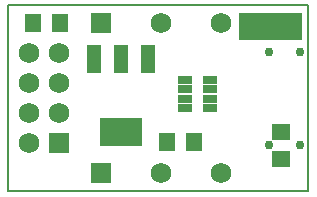
<source format=gbs>
G04 Layer_Color=16711935*
%FSLAX25Y25*%
%MOIN*%
G70*
G01*
G75*
%ADD18C,0.00600*%
%ADD23C,0.03000*%
%ADD39R,0.06800X0.06800*%
%ADD40C,0.06800*%
%ADD41R,0.06800X0.06800*%
%ADD42C,0.03800*%
%ADD43R,0.05524X0.06312*%
%ADD44R,0.04800X0.02500*%
%ADD45R,0.06312X0.05524*%
%ADD46R,0.04934X0.09265*%
%ADD47R,0.14186X0.09265*%
%ADD48R,0.04934X0.09265*%
G36*
X98000Y50500D02*
X77000D01*
Y59500D01*
X98000D01*
Y50500D01*
D02*
G37*
D18*
X0Y0D02*
Y62000D01*
Y0D02*
X100000D01*
Y62000D01*
X99500D02*
X100000D01*
X0D02*
X99500D01*
D23*
X97300Y46500D02*
D03*
X86700D02*
D03*
X97300Y15500D02*
D03*
X86700D02*
D03*
D39*
X17000Y16000D02*
D03*
D40*
Y26000D02*
D03*
Y46000D02*
D03*
Y36000D02*
D03*
X7000D02*
D03*
Y46000D02*
D03*
Y26000D02*
D03*
Y16000D02*
D03*
X71000Y56000D02*
D03*
X51000D02*
D03*
X71000Y6000D02*
D03*
X51000D02*
D03*
D41*
X31000Y56000D02*
D03*
Y6000D02*
D03*
D42*
X29000Y41500D02*
D03*
Y44500D02*
D03*
X37500Y44000D02*
D03*
X91500Y11000D02*
D03*
X37500Y19795D02*
D03*
X35500Y17000D02*
D03*
X41000Y20000D02*
D03*
X34000D02*
D03*
X39500Y17000D02*
D03*
D43*
X17100Y56200D02*
D03*
X8100D02*
D03*
X61900Y16400D02*
D03*
X52900D02*
D03*
D44*
X67248Y37224D02*
D03*
Y34075D02*
D03*
Y30925D02*
D03*
Y27776D02*
D03*
X58752Y34075D02*
D03*
Y30925D02*
D03*
Y37224D02*
D03*
Y27776D02*
D03*
D45*
X91000Y10800D02*
D03*
Y19800D02*
D03*
D46*
X37500Y44205D02*
D03*
X46555D02*
D03*
D47*
X37500Y19795D02*
D03*
D48*
X28445Y44205D02*
D03*
M02*

</source>
